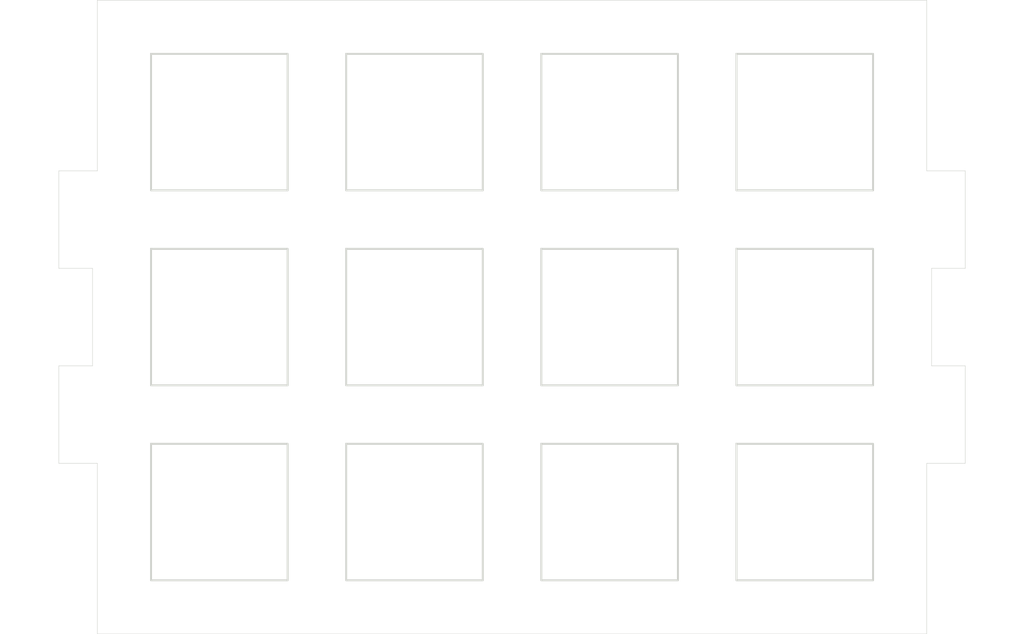
<source format=kicad_pcb>
(kicad_pcb (version 20240108) (generator "pcbnew") (generator_version "8.0")
  (layers (0 "F.Cu" signal) (31 "B.Cu" signal) (34 "B.Paste" user) (35 "F.Paste" user) (36 "B.SilkS" user "B.Silkscreen") (37 "F.SilkS" user "F.Silkscreen") (38 "B.Mask" user) (39 "F.Mask" user) (44 "Edge.Cuts" user))
  (net 0 "")
  (footprint "MountingHole:MountingHole_3.2mm_M3" (layer "F.Cu") (at 17 60)
    (property "Reference" "H3" (hide yes))
    (property "Value" "MountingHole_3.2mm_M3")
    (pad "" np_thru_hole circle (at 0 0) (size 3.2 3.2) (drill 3.2) (layers "*.Cu" "*.Mask"))
  )
  (footprint "MountingHole:MountingHole_3.2mm_M3" (layer "F.Cu") (at 103 60)
    (property "Reference" "H4" (hide yes))
    (property "Value" "MountingHole_3.2mm_M3")
    (pad "" np_thru_hole circle (at 0 0) (size 3.2 3.2) (drill 3.2) (layers "*.Cu" "*.Mask"))
  )
  (footprint "MountingHole:MountingHole_3.2mm_M3" (layer "F.Cu") (at 103 40)
    (property "Reference" "H2" (hide yes))
    (property "Value" "MountingHole_3.2mm_M3")
    (pad "" np_thru_hole circle (at 0 0) (size 3.2 3.2) (drill 3.2) (layers "*.Cu" "*.Mask"))
  )
  (footprint "MountingHole:MountingHole_3.2mm_M3" (layer "F.Cu") (at 17 40)
    (property "Reference" "H1" (hide yes))
    (property "Value" "MountingHole_3.2mm_M3")
    (pad "" np_thru_hole circle (at 0 0) (size 3.2 3.2) (drill 3.2) (layers "*.Cu" "*.Mask"))
  )
  (gr_line (start 13.55 45) (end 17 45) (stroke (width 0.05)) (layer "Edge.Cuts"))
  (gr_rect (start 63 43) (end 77 57) (stroke (width 0.2)) (fill none) (layer "Edge.Cuts"))
  (gr_line (start 13.55 55) (end 13.55 65) (stroke (width 0.05)) (layer "Edge.Cuts"))
  (gr_line (start 17.5 35) (end 13.55 35) (stroke (width 0.05)) (layer "Edge.Cuts"))
  (gr_line (start 102.5 65) (end 102.5 82.5) (stroke (width 0.05)) (layer "Edge.Cuts"))
  (gr_line (start 106.45 55) (end 106.45 65) (stroke (width 0.05)) (layer "Edge.Cuts"))
  (gr_line (start 17.5 65) (end 17.5 82.5) (stroke (width 0.05)) (layer "Edge.Cuts"))
  (gr_line (start 106.45 35) (end 106.45 45) (stroke (width 0.05)) (layer "Edge.Cuts"))
  (gr_line (start 103 55) (end 106.45 55) (stroke (width 0.05)) (layer "Edge.Cuts"))
  (gr_rect (start 83 63) (end 97 77) (stroke (width 0.2)) (fill none) (layer "Edge.Cuts"))
  (gr_line (start 103 45) (end 103 55) (stroke (width 0.05)) (layer "Edge.Cuts"))
  (gr_line (start 102.5 17.5) (end 17.5 17.5) (stroke (width 0.05)) (layer "Edge.Cuts"))
  (gr_line (start 102.5 35) (end 106.45 35) (stroke (width 0.05)) (layer "Edge.Cuts"))
  (gr_rect (start 23 23) (end 37 37) (stroke (width 0.2)) (fill none) (layer "Edge.Cuts"))
  (gr_line (start 17.5 17.5) (end 17.5 35) (stroke (width 0.05)) (layer "Edge.Cuts"))
  (gr_rect (start 43 63) (end 57 77) (stroke (width 0.2)) (fill none) (layer "Edge.Cuts"))
  (gr_line (start 106.45 45) (end 103 45) (stroke (width 0.05)) (layer "Edge.Cuts"))
  (gr_line (start 102.5 17.5) (end 102.5 35) (stroke (width 0.05)) (layer "Edge.Cuts"))
  (gr_rect (start 63 63) (end 77 77) (stroke (width 0.2)) (fill none) (layer "Edge.Cuts"))
  (gr_line (start 106.45 65) (end 102.5 65) (stroke (width 0.05)) (layer "Edge.Cuts"))
  (gr_line (start 17.5 82.5) (end 102.5 82.5) (stroke (width 0.05)) (layer "Edge.Cuts"))
  (gr_line (start 17 45) (end 17 55) (stroke (width 0.05)) (layer "Edge.Cuts"))
  (gr_line (start 13.55 65) (end 17.5 65) (stroke (width 0.05)) (layer "Edge.Cuts"))
  (gr_rect (start 43 43) (end 57 57) (stroke (width 0.2)) (fill none) (layer "Edge.Cuts"))
  (gr_rect (start 63 23) (end 77 37) (stroke (width 0.2)) (fill none) (layer "Edge.Cuts"))
  (gr_rect (start 83 43) (end 97 57) (stroke (width 0.2)) (fill none) (layer "Edge.Cuts"))
  (gr_line (start 13.55 35) (end 13.55 45) (stroke (width 0.05)) (layer "Edge.Cuts"))
  (gr_rect (start 83 23) (end 97 37) (stroke (width 0.2)) (fill none) (layer "Edge.Cuts"))
  (gr_line (start 17 55) (end 13.55 55) (stroke (width 0.05)) (layer "Edge.Cuts"))
  (gr_rect (start 23 63) (end 37 77) (stroke (width 0.2)) (fill none) (layer "Edge.Cuts"))
  (gr_rect (start 43 23) (end 57 37) (stroke (width 0.2)) (fill none) (layer "Edge.Cuts"))
  (gr_rect (start 23 43) (end 37 57) (stroke (width 0.2)) (fill none) (layer "Edge.Cuts"))
)
</source>
